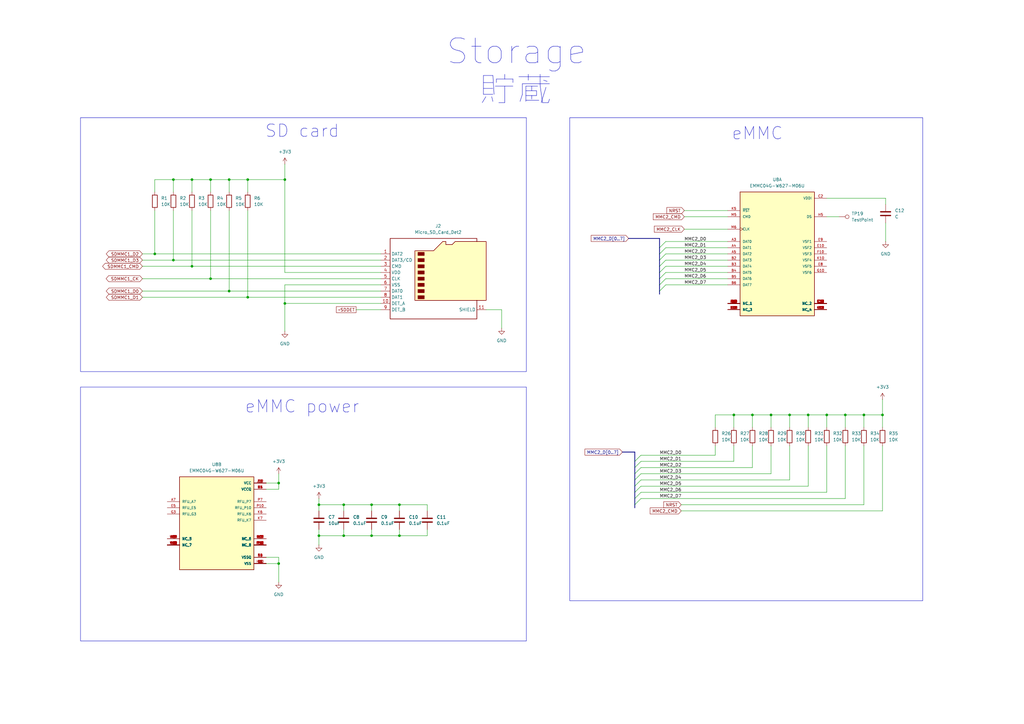
<source format=kicad_sch>
(kicad_sch (version 20231120) (generator "eeschema") (generator_version "8.0")
  (paper "A3")
  (lib_symbols
    (symbol "Connector:Micro_SD_Card_Det2"
      (property "Reference" "J" (at -16.51 17.78 0))
      (property "Value" "Micro_SD_Card_Det2" (at 16.51 17.78 0))
      (symbol "Micro_SD_Card_Det2_0_1"
        (rectangle (start -7.62 -6.985) (end -5.08 -8.255) (stroke (width 0.254)) (fill (type outline)))
        (rectangle (start -7.62 -4.445) (end -5.08 -5.715) (stroke (width 0.254)) (fill (type outline)))
        (rectangle (start -7.62 -1.905) (end -5.08 -3.175) (stroke (width 0.254)) (fill (type outline)))
        (rectangle (start -7.62 0.635) (end -5.08 -0.635) (stroke (width 0.254)) (fill (type outline)))
        (rectangle (start -7.62 3.175) (end -5.08 1.905) (stroke (width 0.254)) (fill (type outline)))
        (rectangle (start -7.62 5.715) (end -5.08 4.445) (stroke (width 0.254)) (fill (type outline)))
        (rectangle (start -7.62 8.255) (end -5.08 6.985) (stroke (width 0.254)) (fill (type outline)))
        (rectangle (start -7.62 10.795) (end -5.08 9.525) (stroke (width 0.254)) (fill (type outline)))
        (polyline (pts (xy 16.51 15.24) (xy 16.51 16.51) (xy -19.05 16.51) (xy -19.05 -16.51) (xy 16.51 -16.51) (xy 16.51 -8.89)) (stroke (width 0.254)))
        (polyline (pts (xy -8.89 -8.89) (xy -8.89 11.43) (xy -1.27 11.43) (xy 2.54 15.24) (xy 3.81 15.24) (xy 3.81 13.97) (xy 6.35 13.97) (xy 7.62 15.24) (xy 20.32 15.24) (xy 20.32 -8.89) (xy -8.89 -8.89)) (stroke (width 0.254)) (fill (type background)))
      )
      (symbol "Micro_SD_Card_Det2_1_1"
        (pin bidirectional line (at -22.86 10.16 0) (length 3.81) (name "DAT2") (number "1"))
        (pin passive line (at -22.86 -10.16 0) (length 3.81) (name "DET_A") (number "10"))
        (pin passive line (at 20.32 -12.7 180) (length 3.81) (name "SHIELD") (number "11"))
        (pin bidirectional line (at -22.86 7.62 0) (length 3.81) (name "DAT3/CD") (number "2"))
        (pin input line (at -22.86 5.08 0) (length 3.81) (name "CMD") (number "3"))
        (pin power_in line (at -22.86 2.54 0) (length 3.81) (name "VDD") (number "4"))
        (pin input line (at -22.86 0 0) (length 3.81) (name "CLK") (number "5"))
        (pin power_in line (at -22.86 -2.54 0) (length 3.81) (name "VSS") (number "6"))
        (pin bidirectional line (at -22.86 -5.08 0) (length 3.81) (name "DAT0") (number "7"))
        (pin bidirectional line (at -22.86 -7.62 0) (length 3.81) (name "DAT1") (number "8"))
        (pin passive line (at -22.86 -12.7 0) (length 3.81) (name "DET_B") (number "9"))
      )
    )
    (symbol "Connector:TestPoint" (pin_numbers hide) (pin_names (offset 0.762) hide)
      (property "Reference" "TP" (at 0 6.858 0))
      (property "Value" "TestPoint" (at 0 5.08 0))
      (symbol "TestPoint_0_1"
        (circle (center 0 3.302) (radius 0.762))
      )
      (symbol "TestPoint_1_1"
        (pin passive line (at 0 0 90) (length 2.54) (name "1") (number "1"))
      )
    )
    (symbol "Device:C" (pin_numbers hide) (pin_names (offset 0.254))
      (property "Reference" "C" (at 0.635 2.54 0))
      (property "Value" "C" (at 0.635 -2.54 0))
      (symbol "C_0_1"
        (polyline (pts (xy -2.032 -0.762) (xy 2.032 -0.762)) (stroke (width 0.508)))
        (polyline (pts (xy -2.032 0.762) (xy 2.032 0.762)) (stroke (width 0.508)))
      )
      (symbol "C_1_1"
        (pin passive line (at 0 3.81 270) (length 2.794) (name "~") (number "1"))
        (pin passive line (at 0 -3.81 90) (length 2.794) (name "~") (number "2"))
      )
    )
    (symbol "Device:R" (pin_numbers hide) (pin_names (offset 0))
      (property "Reference" "R" (at 2.032 0 90))
      (property "Value" "R" (at 0 0 90))
      (symbol "R_0_1"
        (rectangle (start -1.016 -2.54) (end 1.016 2.54) (stroke (width 0.254)))
      )
      (symbol "R_1_1"
        (pin passive line (at 0 3.81 270) (length 1.27) (name "~") (number "1"))
        (pin passive line (at 0 -3.81 90) (length 1.27) (name "~") (number "2"))
      )
    )
    (symbol "EMMC04G-W627-M06U:EMMC04G-W627-M06U" (pin_names (offset 1.016))
      (property "Reference" "U" (at -15.24 26.289 0))
      (property "Value" "EMMC04G-W627-M06U" (at -15.24 -27.94 0))
      (symbol "EMMC04G-W627-M06U_1_0"
        (rectangle (start -15.24 -25.4) (end 15.24 25.4) (stroke (width 0.254)) (fill (type background)))
        (pin passive line (at -20.32 -20.32 0) (length 5.08) (name "NC_1") (number "A1"))
        (pin passive line (at -20.32 -20.32 0) (length 5.08) (name "NC_1") (number "A10"))
        (pin passive line (at -20.32 -20.32 0) (length 5.08) (name "NC_1") (number "A11"))
        (pin passive line (at -20.32 -20.32 0) (length 5.08) (name "NC_1") (number "A12"))
        (pin passive line (at -20.32 -20.32 0) (length 5.08) (name "NC_1") (number "A13"))
        (pin passive line (at -20.32 -20.32 0) (length 5.08) (name "NC_1") (number "A14"))
        (pin passive line (at -20.32 -20.32 0) (length 5.08) (name "NC_1") (number "A2"))
        (pin bidirectional line (at -20.32 5.08 0) (length 5.08) (name "DAT0") (number "A3"))
        (pin bidirectional line (at -20.32 2.54 0) (length 5.08) (name "DAT1") (number "A4"))
        (pin bidirectional line (at -20.32 0 0) (length 5.08) (name "DAT2") (number "A5"))
        (pin passive line (at -20.32 -20.32 0) (length 5.08) (name "NC_1") (number "A8"))
        (pin passive line (at -20.32 -20.32 0) (length 5.08) (name "NC_1") (number "A9"))
        (pin passive line (at -20.32 -20.32 0) (length 5.08) (name "NC_1") (number "B1"))
        (pin passive line (at -20.32 -20.32 0) (length 5.08) (name "NC_1") (number "B10"))
        (pin passive line (at 20.32 -20.32 180) (length 5.08) (name "NC_2") (number "B11"))
        (pin passive line (at 20.32 -20.32 180) (length 5.08) (name "NC_2") (number "B12"))
        (pin passive line (at 20.32 -20.32 180) (length 5.08) (name "NC_2") (number "B13"))
        (pin passive line (at 20.32 -20.32 180) (length 5.08) (name "NC_2") (number "B14"))
        (pin bidirectional line (at -20.32 -2.54 0) (length 5.08) (name "DAT3") (number "B2"))
        (pin bidirectional line (at -20.32 -5.08 0) (length 5.08) (name "DAT4") (number "B3"))
        (pin bidirectional line (at -20.32 -7.62 0) (length 5.08) (name "DAT5") (number "B4"))
        (pin bidirectional line (at -20.32 -10.16 0) (length 5.08) (name "DAT6") (number "B5"))
        (pin bidirectional line (at -20.32 -12.7 0) (length 5.08) (name "DAT7") (number "B6"))
        (pin passive line (at -20.32 -20.32 0) (length 5.08) (name "NC_1") (number "B7"))
        (pin passive line (at -20.32 -20.32 0) (length 5.08) (name "NC_1") (number "B8"))
        (pin passive line (at -20.32 -20.32 0) (length 5.08) (name "NC_1") (number "B9"))
        (pin passive line (at 20.32 -20.32 180) (length 5.08) (name "NC_2") (number "C1"))
        (pin passive line (at 20.32 -20.32 180) (length 5.08) (name "NC_2") (number "C10"))
        (pin passive line (at 20.32 -20.32 180) (length 5.08) (name "NC_2") (number "C11"))
        (pin passive line (at 20.32 -20.32 180) (length 5.08) (name "NC_2") (number "C12"))
        (pin passive line (at 20.32 -20.32 180) (length 5.08) (name "NC_2") (number "C13"))
        (pin passive line (at 20.32 -20.32 180) (length 5.08) (name "NC_2") (number "C14"))
        (pin passive line (at 20.32 22.86 180) (length 5.08) (name "VDDI") (number "C2"))
        (pin passive line (at 20.32 -20.32 180) (length 5.08) (name "NC_2") (number "C3"))
        (pin passive line (at 20.32 -20.32 180) (length 5.08) (name "NC_2") (number "C5"))
        (pin passive line (at 20.32 -20.32 180) (length 5.08) (name "NC_2") (number "C7"))
        (pin passive line (at 20.32 -20.32 180) (length 5.08) (name "NC_2") (number "C8"))
        (pin passive line (at 20.32 -20.32 180) (length 5.08) (name "NC_2") (number "C9"))
        (pin passive line (at -20.32 -22.86 0) (length 5.08) (name "NC_3") (number "D1"))
        (pin passive line (at -20.32 -22.86 0) (length 5.08) (name "NC_3") (number "D12"))
        (pin passive line (at -20.32 -22.86 0) (length 5.08) (name "NC_3") (number "D13"))
        (pin passive line (at -20.32 -22.86 0) (length 5.08) (name "NC_3") (number "D14"))
        (pin passive line (at -20.32 -22.86 0) (length 5.08) (name "NC_3") (number "D2"))
        (pin passive line (at -20.32 -22.86 0) (length 5.08) (name "NC_3") (number "D3"))
        (pin passive line (at -20.32 -22.86 0) (length 5.08) (name "NC_3") (number "D4"))
        (pin passive line (at -20.32 -22.86 0) (length 5.08) (name "NC_3") (number "E1"))
        (pin bidirectional line (at 20.32 2.54 180) (length 5.08) (name "VSF2") (number "E10"))
        (pin passive line (at -20.32 -22.86 0) (length 5.08) (name "NC_3") (number "E12"))
        (pin passive line (at -20.32 -22.86 0) (length 5.08) (name "NC_3") (number "E13"))
        (pin passive line (at 20.32 -22.86 180) (length 5.08) (name "NC_4") (number "E14"))
        (pin passive line (at -20.32 -22.86 0) (length 5.08) (name "NC_3") (number "E2"))
        (pin passive line (at -20.32 -22.86 0) (length 5.08) (name "NC_3") (number "E3"))
        (pin bidirectional line (at 20.32 -5.08 180) (length 5.08) (name "VSF5") (number "E8"))
        (pin bidirectional line (at 20.32 5.08 180) (length 5.08) (name "VSF1") (number "E9"))
        (pin passive line (at 20.32 -22.86 180) (length 5.08) (name "NC_4") (number "F1"))
        (pin bidirectional line (at 20.32 0 180) (length 5.08) (name "VSF3") (number "F10"))
        (pin passive line (at 20.32 -22.86 180) (length 5.08) (name "NC_4") (number "F12"))
        (pin passive line (at 20.32 -22.86 180) (length 5.08) (name "NC_4") (number "F13"))
        (pin passive line (at 20.32 -22.86 180) (length 5.08) (name "NC_4") (number "F14"))
        (pin passive line (at 20.32 -22.86 180) (length 5.08) (name "NC_4") (number "F2"))
        (pin passive line (at 20.32 -22.86 180) (length 5.08) (name "NC_4") (number "F3"))
        (pin passive line (at 20.32 -22.86 180) (length 5.08) (name "NC_4") (number "G1"))
        (pin bidirectional line (at 20.32 -7.62 180) (length 5.08) (name "VSF6") (number "G10"))
        (pin passive line (at 20.32 -22.86 180) (length 5.08) (name "NC_4") (number "G12"))
        (pin passive line (at 20.32 -22.86 180) (length 5.08) (name "NC_4") (number "G13"))
        (pin passive line (at 20.32 -22.86 180) (length 5.08) (name "NC_4") (number "G14"))
        (pin passive line (at 20.32 -22.86 180) (length 5.08) (name "NC_4") (number "G2"))
        (pin bidirectional line (at 20.32 15.24 180) (length 5.08) (name "DS") (number "H5"))
        (pin bidirectional line (at 20.32 -2.54 180) (length 5.08) (name "VSF4") (number "K10"))
        (pin input line (at -20.32 17.78 0) (length 5.08) (name "~{RST}") (number "K5"))
        (pin bidirectional line (at -20.32 15.24 0) (length 5.08) (name "CMD") (number "M5"))
        (pin input clock (at -20.32 10.16 0) (length 5.08) (name "CLK") (number "M6"))
      )
      (symbol "EMMC04G-W627-M06U_2_0"
        (rectangle (start -15.24 -20.32) (end 15.24 17.78) (stroke (width 0.254)) (fill (type background)))
        (pin power_in line (at 20.32 -17.78 180) (length 5.08) (name "VSS") (number "A6"))
        (pin passive line (at -20.32 7.62 0) (length 5.08) (name "RFU_A7") (number "A7"))
        (pin power_in line (at 20.32 -15.24 180) (length 5.08) (name "VSSQ") (number "C4"))
        (pin power_in line (at 20.32 12.7 180) (length 5.08) (name "VCCQ") (number "C6"))
        (pin passive line (at -20.32 5.08 0) (length 5.08) (name "RFU_E5") (number "E5"))
        (pin power_in line (at 20.32 15.24 180) (length 5.08) (name "VCC") (number "E6"))
        (pin power_in line (at 20.32 -17.78 180) (length 5.08) (name "VSS") (number "E7"))
        (pin power_in line (at 20.32 15.24 180) (length 5.08) (name "VCC") (number "F5"))
        (pin passive line (at -20.32 2.54 0) (length 5.08) (name "RFU_G3") (number "G3"))
        (pin power_in line (at 20.32 -17.78 180) (length 5.08) (name "VSS") (number "G5"))
        (pin passive line (at -20.32 -7.62 0) (length 5.08) (name "NC_5") (number "H1"))
        (pin power_in line (at 20.32 -17.78 180) (length 5.08) (name "VSS") (number "H10"))
        (pin passive line (at -20.32 -7.62 0) (length 5.08) (name "NC_5") (number "H12"))
        (pin passive line (at -20.32 -7.62 0) (length 5.08) (name "NC_5") (number "H13"))
        (pin passive line (at -20.32 -7.62 0) (length 5.08) (name "NC_5") (number "H14"))
        (pin passive line (at -20.32 -7.62 0) (length 5.08) (name "NC_5") (number "H2"))
        (pin passive line (at -20.32 -7.62 0) (length 5.08) (name "NC_5") (number "H3"))
        (pin passive line (at -20.32 -7.62 0) (length 5.08) (name "NC_5") (number "J1"))
        (pin power_in line (at 20.32 15.24 180) (length 5.08) (name "VCC") (number "J10"))
        (pin passive line (at -20.32 -7.62 0) (length 5.08) (name "NC_5") (number "J12"))
        (pin passive line (at -20.32 -7.62 0) (length 5.08) (name "NC_5") (number "J13"))
        (pin passive line (at -20.32 -7.62 0) (length 5.08) (name "NC_5") (number "J14"))
        (pin passive line (at -20.32 -7.62 0) (length 5.08) (name "NC_5") (number "J2"))
        (pin passive line (at -20.32 -7.62 0) (length 5.08) (name "NC_5") (number "J3"))
        (pin power_in line (at 20.32 -17.78 180) (length 5.08) (name "VSS") (number "J5"))
        (pin passive line (at -20.32 -7.62 0) (length 5.08) (name "NC_5") (number "K1"))
        (pin passive line (at 20.32 -7.62 180) (length 5.08) (name "NC_6") (number "K12"))
        (pin passive line (at 20.32 -7.62 180) (length 5.08) (name "NC_6") (number "K13"))
        (pin passive line (at 20.32 -7.62 180) (length 5.08) (name "NC_6") (number "K14"))
        (pin passive line (at -20.32 -7.62 0) (length 5.08) (name "NC_5") (number "K2"))
        (pin passive line (at -20.32 -7.62 0) (length 5.08) (name "NC_5") (number "K3"))
        (pin passive line (at 20.32 2.54 180) (length 5.08) (name "RFU_K6") (number "K6"))
        (pin passive line (at 20.32 0 180) (length 5.08) (name "RFU_K7") (number "K7"))
        (pin power_in line (at 20.32 -17.78 180) (length 5.08) (name "VSS") (number "K8"))
        (pin power_in line (at 20.32 15.24 180) (length 5.08) (name "VCC") (number "K9"))
        (pin passive line (at 20.32 -7.62 180) (length 5.08) (name "NC_6") (number "L1"))
        (pin passive line (at 20.32 -7.62 180) (length 5.08) (name "NC_6") (number "L12"))
        (pin passive line (at 20.32 -7.62 180) (length 5.08) (name "NC_6") (number "L13"))
        (pin passive line (at 20.32 -7.62 180) (length 5.08) (name "NC_6") (number "L14"))
        (pin passive line (at 20.32 -7.62 180) (length 5.08) (name "NC_6") (number "L2"))
        (pin passive line (at 20.32 -7.62 180) (length 5.08) (name "NC_6") (number "L3"))
        (pin passive line (at 20.32 -7.62 180) (length 5.08) (name "NC_6") (number "M1"))
        (pin passive line (at -20.32 -10.16 0) (length 5.08) (name "NC_7") (number "M10"))
        (pin passive line (at -20.32 -10.16 0) (length 5.08) (name "NC_7") (number "M11"))
        (pin passive line (at -20.32 -10.16 0) (length 5.08) (name "NC_7") (number "M12"))
        (pin passive line (at -20.32 -10.16 0) (length 5.08) (name "NC_7") (number "M13"))
        (pin passive line (at -20.32 -10.16 0) (length 5.08) (name "NC_7") (number "M14"))
        (pin passive line (at 20.32 -7.62 180) (length 5.08) (name "NC_6") (number "M2"))
        (pin passive line (at 20.32 -7.62 180) (length 5.08) (name "NC_6") (number "M3"))
        (pin power_in line (at 20.32 12.7 180) (length 5.08) (name "VCCQ") (number "M4"))
        (pin passive line (at 20.32 -7.62 180) (length 5.08) (name "NC_6") (number "M7"))
        (pin passive line (at -20.32 -10.16 0) (length 5.08) (name "NC_7") (number "M8"))
        (pin passive line (at -20.32 -10.16 0) (length 5.08) (name "NC_7") (number "M9"))
        (pin passive line (at -20.32 -10.16 0) (length 5.08) (name "NC_7") (number "N1"))
        (pin passive line (at -20.32 -10.16 0) (length 5.08) (name "NC_7") (number "N10"))
        (pin passive line (at 20.32 -10.16 180) (length 5.08) (name "NC_8") (number "N11"))
        (pin passive line (at 20.32 -10.16 180) (length 5.08) (name "NC_8") (number "N12"))
        (pin passive line (at 20.32 -10.16 180) (length 5.08) (name "NC_8") (number "N13"))
        (pin passive line (at 20.32 -10.16 180) (length 5.08) (name "NC_8") (number "N14"))
        (pin power_in line (at 20.32 -15.24 180) (length 5.08) (name "VSSQ") (number "N2"))
        (pin passive line (at -20.32 -10.16 0) (length 5.08) (name "NC_7") (number "N3"))
        (pin power_in line (at 20.32 12.7 180) (length 5.08) (name "VCCQ") (number "N4"))
        (pin power_in line (at 20.32 -15.24 180) (length 5.08) (name "VSSQ") (number "N5"))
        (pin passive line (at -20.32 -10.16 0) (length 5.08) (name "NC_7") (number "N6"))
        (pin passive line (at -20.32 -10.16 0) (length 5.08) (name "NC_7") (number "N7"))
        (pin passive line (at -20.32 -10.16 0) (length 5.08) (name "NC_7") (number "N8"))
        (pin passive line (at -20.32 -10.16 0) (length 5.08) (name "NC_7") (number "N9"))
        (pin passive line (at 20.32 -10.16 180) (length 5.08) (name "NC_8") (number "P1"))
        (pin passive line (at 20.32 5.08 180) (length 5.08) (name "RFU_P10") (number "P10"))
        (pin passive line (at 20.32 -10.16 180) (length 5.08) (name "NC_8") (number "P11"))
        (pin passive line (at 20.32 -10.16 180) (length 5.08) (name "NC_8") (number "P12"))
        (pin passive line (at 20.32 -10.16 180) (length 5.08) (name "NC_8") (number "P13"))
        (pin passive line (at 20.32 -10.16 180) (length 5.08) (name "NC_8") (number "P14"))
        (pin passive line (at 20.32 -10.16 180) (length 5.08) (name "NC_8") (number "P2"))
        (pin power_in line (at 20.32 12.7 180) (length 5.08) (name "VCCQ") (number "P3"))
        (pin power_in line (at 20.32 -15.24 180) (length 5.08) (name "VSSQ") (number "P4"))
        (pin power_in line (at 20.32 12.7 180) (length 5.08) (name "VCCQ") (number "P5"))
        (pin power_in line (at 20.32 -15.24 180) (length 5.08) (name "VSSQ") (number "P6"))
        (pin passive line (at 20.32 7.62 180) (length 5.08) (name "RFU_P7") (number "P7"))
        (pin passive line (at 20.32 -10.16 180) (length 5.08) (name "NC_8") (number "P8"))
        (pin passive line (at 20.32 -10.16 180) (length 5.08) (name "NC_8") (number "P9"))
      )
    )
    (symbol "power:+3V3" (power) (pin_numbers hide) (pin_names (offset 0) hide)
      (property "Value" "+3V3" (at 0 3.556 0))
      (symbol "+3V3_0_1"
        (polyline (pts (xy -0.762 1.27) (xy 0 2.54)))
        (polyline (pts (xy 0 0) (xy 0 2.54)))
        (polyline (pts (xy 0 2.54) (xy 0.762 1.27)))
      )
      (symbol "+3V3_1_1"
        (pin power_in line (at 0 0 90) (length 0) (name "~") (number "1"))
      )
    )
    (symbol "power:GND" (power) (pin_numbers hide) (pin_names (offset 0) hide)
      (property "Value" "GND" (at 0 -3.81 0))
      (symbol "GND_0_1"
        (polyline (pts (xy 0 0) (xy 0 -1.27) (xy 1.27 -1.27) (xy 0 -2.54) (xy -1.27 -1.27) (xy 0 -1.27)))
      )
      (symbol "GND_1_1"
        (pin power_in line (at 0 0 270) (length 0) (name "~") (number "1"))
      )
    )
  )
  (junction (at 354.33 170.18))
  (junction (at 339.09 170.18))
  (junction (at 78.74 109.22))
  (junction (at 300.99 170.18))
  (junction (at 331.47 170.18))
  (junction (at 163.83 207.01))
  (junction (at 361.95 170.18))
  (junction (at 140.97 207.01))
  (junction (at 93.98 119.38))
  (junction (at 114.3 231.14))
  (junction (at 116.84 124.46))
  (junction (at 346.71 170.18))
  (junction (at 323.85 170.18))
  (junction (at 130.81 207.01))
  (junction (at 71.12 73.66))
  (junction (at 86.36 73.66))
  (junction (at 101.6 73.66))
  (junction (at 140.97 219.71))
  (junction (at 316.23 170.18))
  (junction (at 93.98 73.66))
  (junction (at 116.84 73.66))
  (junction (at 78.74 73.66))
  (junction (at 308.61 170.18))
  (junction (at 130.81 219.71))
  (junction (at 152.4 219.71))
  (junction (at 63.5 104.14))
  (junction (at 163.83 219.71))
  (junction (at 86.36 114.3))
  (junction (at 152.4 207.01))
  (junction (at 114.3 198.12))
  (junction (at 101.6 121.92))
  (junction (at 71.12 106.68))
  (bus_entry (at 262.89 199.39) (size -2.54 2.54))
  (bus_entry (at 273.05 104.14) (size -2.54 2.54))
  (bus_entry (at 273.05 114.3) (size -2.54 2.54))
  (bus_entry (at 262.89 204.47) (size -2.54 2.54))
  (bus_entry (at 273.05 111.76) (size -2.54 2.54))
  (bus_entry (at 273.05 101.6) (size -2.54 2.54))
  (bus_entry (at 262.89 196.85) (size -2.54 2.54))
  (bus_entry (at 273.05 109.22) (size -2.54 2.54))
  (bus_entry (at 262.89 186.69) (size -2.54 2.54))
  (bus_entry (at 273.05 116.84) (size -2.54 2.54))
  (bus_entry (at 262.89 191.77) (size -2.54 2.54))
  (bus_entry (at 262.89 189.23) (size -2.54 2.54))
  (bus_entry (at 262.89 201.93) (size -2.54 2.54))
  (bus_entry (at 273.05 106.68) (size -2.54 2.54))
  (bus_entry (at 262.89 194.31) (size -2.54 2.54))
  (bus_entry (at 273.05 99.06) (size -2.54 2.54))
  (wire (pts (xy 86.36 86.36) (xy 86.36 114.3)))
  (wire (pts (xy 116.84 67.31) (xy 116.84 73.66)))
  (wire (pts (xy 363.22 91.44) (xy 363.22 99.06)))
  (wire (pts (xy 130.81 219.71) (xy 130.81 223.52)))
  (wire (pts (xy 71.12 106.68) (xy 156.21 106.68)))
  (wire (pts (xy 273.05 114.3) (xy 298.45 114.3)))
  (wire (pts (xy 323.85 175.26) (xy 323.85 170.18)))
  (wire (pts (xy 152.4 209.55) (xy 152.4 207.01)))
  (wire (pts (xy 262.89 191.77) (xy 308.61 191.77)))
  (wire (pts (xy 63.5 104.14) (xy 156.21 104.14)))
  (wire (pts (xy 346.71 170.18) (xy 346.71 175.26)))
  (wire (pts (xy 86.36 78.74) (xy 86.36 73.66)))
  (wire (pts (xy 361.95 209.55) (xy 279.4 209.55)))
  (wire (pts (xy 71.12 78.74) (xy 71.12 73.66)))
  (wire (pts (xy 114.3 198.12) (xy 114.3 194.31)))
  (wire (pts (xy 262.89 186.69) (xy 293.37 186.69)))
  (bus (pts (xy 270.51 109.22) (xy 270.51 111.76)))
  (wire (pts (xy 116.84 116.84) (xy 156.21 116.84)))
  (wire (pts (xy 363.22 81.28) (xy 363.22 83.82)))
  (wire (pts (xy 273.05 109.22) (xy 298.45 109.22)))
  (wire (pts (xy 78.74 73.66) (xy 86.36 73.66)))
  (wire (pts (xy 152.4 217.17) (xy 152.4 219.71)))
  (wire (pts (xy 93.98 78.74) (xy 93.98 73.66)))
  (bus (pts (xy 260.35 185.42) (xy 260.35 189.23)))
  (wire (pts (xy 331.47 182.88) (xy 331.47 199.39)))
  (wire (pts (xy 175.26 209.55) (xy 175.26 207.01)))
  (wire (pts (xy 339.09 175.26) (xy 339.09 170.18)))
  (wire (pts (xy 293.37 170.18) (xy 300.99 170.18)))
  (wire (pts (xy 140.97 207.01) (xy 152.4 207.01)))
  (wire (pts (xy 116.84 124.46) (xy 116.84 116.84)))
  (wire (pts (xy 163.83 217.17) (xy 163.83 219.71)))
  (wire (pts (xy 163.83 209.55) (xy 163.83 207.01)))
  (wire (pts (xy 130.81 207.01) (xy 130.81 209.55)))
  (wire (pts (xy 293.37 175.26) (xy 293.37 170.18)))
  (wire (pts (xy 156.21 111.76) (xy 116.84 111.76)))
  (bus (pts (xy 260.35 204.47) (xy 260.35 207.01)))
  (wire (pts (xy 109.22 228.6) (xy 114.3 228.6)))
  (wire (pts (xy 71.12 86.36) (xy 71.12 106.68)))
  (wire (pts (xy 116.84 124.46) (xy 156.21 124.46)))
  (bus (pts (xy 257.81 97.79) (xy 270.51 97.79)))
  (wire (pts (xy 316.23 175.26) (xy 316.23 170.18)))
  (wire (pts (xy 114.3 200.66) (xy 114.3 198.12)))
  (wire (pts (xy 361.95 175.26) (xy 361.95 170.18)))
  (wire (pts (xy 58.42 104.14) (xy 63.5 104.14)))
  (wire (pts (xy 205.74 127) (xy 205.74 134.62)))
  (bus (pts (xy 270.51 116.84) (xy 270.51 119.38)))
  (wire (pts (xy 58.42 106.68) (xy 71.12 106.68)))
  (wire (pts (xy 175.26 207.01) (xy 163.83 207.01)))
  (wire (pts (xy 273.05 101.6) (xy 298.45 101.6)))
  (wire (pts (xy 175.26 217.17) (xy 175.26 219.71)))
  (wire (pts (xy 140.97 209.55) (xy 140.97 207.01)))
  (wire (pts (xy 140.97 217.17) (xy 140.97 219.71)))
  (bus (pts (xy 270.51 104.14) (xy 270.51 106.68)))
  (wire (pts (xy 262.89 194.31) (xy 316.23 194.31)))
  (wire (pts (xy 308.61 182.88) (xy 308.61 191.77)))
  (wire (pts (xy 130.81 204.47) (xy 130.81 207.01)))
  (wire (pts (xy 93.98 73.66) (xy 101.6 73.66)))
  (wire (pts (xy 262.89 204.47) (xy 346.71 204.47)))
  (wire (pts (xy 354.33 175.26) (xy 354.33 170.18)))
  (wire (pts (xy 101.6 78.74) (xy 101.6 73.66)))
  (wire (pts (xy 361.95 182.88) (xy 361.95 209.55)))
  (wire (pts (xy 63.5 86.36) (xy 63.5 104.14)))
  (wire (pts (xy 339.09 170.18) (xy 346.71 170.18)))
  (wire (pts (xy 323.85 170.18) (xy 331.47 170.18)))
  (wire (pts (xy 101.6 86.36) (xy 101.6 121.92)))
  (wire (pts (xy 101.6 73.66) (xy 116.84 73.66)))
  (bus (pts (xy 260.35 199.39) (xy 260.35 201.93)))
  (bus (pts (xy 270.51 111.76) (xy 270.51 114.3)))
  (wire (pts (xy 331.47 175.26) (xy 331.47 170.18)))
  (wire (pts (xy 109.22 198.12) (xy 114.3 198.12)))
  (wire (pts (xy 71.12 73.66) (xy 78.74 73.66)))
  (wire (pts (xy 58.42 119.38) (xy 93.98 119.38)))
  (wire (pts (xy 78.74 78.74) (xy 78.74 73.66)))
  (wire (pts (xy 101.6 121.92) (xy 156.21 121.92)))
  (wire (pts (xy 300.99 182.88) (xy 300.99 189.23)))
  (wire (pts (xy 308.61 170.18) (xy 316.23 170.18)))
  (wire (pts (xy 273.05 99.06) (xy 298.45 99.06)))
  (wire (pts (xy 58.42 109.22) (xy 78.74 109.22)))
  (wire (pts (xy 262.89 189.23) (xy 300.99 189.23)))
  (bus (pts (xy 260.35 189.23) (xy 260.35 191.77)))
  (wire (pts (xy 130.81 207.01) (xy 140.97 207.01)))
  (wire (pts (xy 273.05 106.68) (xy 298.45 106.68)))
  (wire (pts (xy 130.81 219.71) (xy 140.97 219.71)))
  (wire (pts (xy 273.05 111.76) (xy 298.45 111.76)))
  (wire (pts (xy 262.89 196.85) (xy 323.85 196.85)))
  (wire (pts (xy 58.42 114.3) (xy 86.36 114.3)))
  (wire (pts (xy 163.83 219.71) (xy 152.4 219.71)))
  (wire (pts (xy 273.05 104.14) (xy 298.45 104.14)))
  (wire (pts (xy 78.74 109.22) (xy 156.21 109.22)))
  (bus (pts (xy 270.51 97.79) (xy 270.51 101.6)))
  (wire (pts (xy 273.05 116.84) (xy 298.45 116.84)))
  (bus (pts (xy 260.35 194.31) (xy 260.35 196.85)))
  (bus (pts (xy 270.51 119.38) (xy 270.51 120.65)))
  (wire (pts (xy 361.95 163.83) (xy 361.95 170.18)))
  (wire (pts (xy 323.85 182.88) (xy 323.85 196.85)))
  (wire (pts (xy 280.67 93.98) (xy 298.45 93.98)))
  (wire (pts (xy 146.05 127) (xy 156.21 127)))
  (wire (pts (xy 354.33 170.18) (xy 346.71 170.18)))
  (wire (pts (xy 63.5 78.74) (xy 63.5 73.66)))
  (wire (pts (xy 361.95 170.18) (xy 354.33 170.18)))
  (wire (pts (xy 93.98 119.38) (xy 156.21 119.38)))
  (wire (pts (xy 93.98 86.36) (xy 93.98 119.38)))
  (wire (pts (xy 109.22 231.14) (xy 114.3 231.14)))
  (wire (pts (xy 339.09 88.9) (xy 344.17 88.9)))
  (wire (pts (xy 140.97 219.71) (xy 152.4 219.71)))
  (wire (pts (xy 339.09 182.88) (xy 339.09 201.93)))
  (wire (pts (xy 116.84 73.66) (xy 116.84 111.76)))
  (wire (pts (xy 163.83 207.01) (xy 152.4 207.01)))
  (bus (pts (xy 260.35 196.85) (xy 260.35 199.39)))
  (wire (pts (xy 130.81 217.17) (xy 130.81 219.71)))
  (wire (pts (xy 316.23 182.88) (xy 316.23 194.31)))
  (bus (pts (xy 270.51 106.68) (xy 270.51 109.22)))
  (wire (pts (xy 280.67 88.9) (xy 298.45 88.9)))
  (bus (pts (xy 260.35 201.93) (xy 260.35 204.47)))
  (wire (pts (xy 293.37 182.88) (xy 293.37 186.69)))
  (wire (pts (xy 331.47 170.18) (xy 339.09 170.18)))
  (wire (pts (xy 316.23 170.18) (xy 323.85 170.18)))
  (wire (pts (xy 86.36 114.3) (xy 156.21 114.3)))
  (wire (pts (xy 109.22 200.66) (xy 114.3 200.66)))
  (bus (pts (xy 255.27 185.42) (xy 260.35 185.42)))
  (wire (pts (xy 300.99 170.18) (xy 308.61 170.18)))
  (wire (pts (xy 116.84 135.89) (xy 116.84 124.46)))
  (wire (pts (xy 114.3 231.14) (xy 114.3 238.76)))
  (bus (pts (xy 260.35 191.77) (xy 260.35 194.31)))
  (wire (pts (xy 354.33 182.88) (xy 354.33 207.01)))
  (wire (pts (xy 114.3 228.6) (xy 114.3 231.14)))
  (bus (pts (xy 270.51 114.3) (xy 270.51 116.84)))
  (wire (pts (xy 280.67 86.36) (xy 298.45 86.36)))
  (bus (pts (xy 260.35 207.01) (xy 260.35 208.28)))
  (wire (pts (xy 279.4 207.01) (xy 354.33 207.01)))
  (bus (pts (xy 270.51 101.6) (xy 270.51 104.14)))
  (wire (pts (xy 308.61 175.26) (xy 308.61 170.18)))
  (wire (pts (xy 163.83 219.71) (xy 175.26 219.71)))
  (wire (pts (xy 262.89 201.93) (xy 339.09 201.93)))
  (wire (pts (xy 300.99 175.26) (xy 300.99 170.18)))
  (wire (pts (xy 78.74 86.36) (xy 78.74 109.22)))
  (wire (pts (xy 58.42 121.92) (xy 101.6 121.92)))
  (wire (pts (xy 262.89 199.39) (xy 331.47 199.39)))
  (wire (pts (xy 199.39 127) (xy 205.74 127)))
  (wire (pts (xy 339.09 81.28) (xy 363.22 81.28)))
  (wire (pts (xy 63.5 73.66) (xy 71.12 73.66)))
  (wire (pts (xy 86.36 73.66) (xy 93.98 73.66)))
  (wire (pts (xy 346.71 182.88) (xy 346.71 204.47)))
  (rectangle (start 33.02 158.75) (end 215.9 262.89))
  (rectangle (start 33.02 48.26) (end 215.9 152.4))
  (rectangle (start 233.68 48.26) (end 378.46 246.38))
  (text "Storage\n貯蔵" (at 211.836 29.464 0) (effects (font (size 10.16 10.16))))
  (text "eMMC power" (at 123.952 166.878 0) (effects (font (size 5.08 5.08))))
  (text "SD card" (at 123.952 53.848 0) (effects (font (size 5.08 5.08))))
  (text "eMMC" (at 310.642 54.864 0) (effects (font (size 5.08 5.08))))
  (label "MMC2_D3" (at 270.51 194.31 0))
  (label "MMC2_D3" (at 280.67 106.68 0))
  (label "MMC2_D4" (at 280.67 109.22 0))
  (label "MMC2_D2" (at 280.67 104.14 0))
  (label "MMC2_D2" (at 270.51 191.77 0))
  (label "MMC2_D4" (at 270.51 196.85 0))
  (label "MMC2_D1" (at 280.67 101.6 0))
  (label "MMC2_D7" (at 270.51 204.47 0))
  (label "MMC2_D6" (at 270.51 201.93 0))
  (label "MMC2_D5" (at 270.51 199.39 0))
  (label "MMC2_D7" (at 280.67 116.84 0))
  (label "MMC2_D0" (at 280.67 99.06 0))
  (label "MMC2_D1" (at 270.51 189.23 0))
  (label "MMC2_D5" (at 280.67 111.76 0))
  (label "MMC2_D6" (at 280.67 114.3 0))
  (label "MMC2_D0" (at 270.51 186.69 0))
  (global_label "SDMMC1_CK" (shape bidirectional) (at 58.42 114.3 180) (property "Intersheetrefs" "${INTERSHEET_REFS}" (effects (hide yes))))
  (global_label "SDMMC1_CMD" (shape bidirectional) (at 58.42 109.22 180) (property "Intersheetrefs" "${INTERSHEET_REFS}" (effects (hide yes))))
  (global_label "MMC2_CLK" (shape input) (at 280.67 93.98 180) (property "Intersheetrefs" "${INTERSHEET_REFS}" (effects (hide yes))))
  (global_label "~SDDET" (shape passive) (at 146.05 127 180) (property "Intersheetrefs" "${INTERSHEET_REFS}" (effects (hide yes))))
  (global_label "MMC2_CMD" (shape input) (at 280.67 88.9 180) (property "Intersheetrefs" "${INTERSHEET_REFS}" (effects (hide yes))))
  (global_label "MMC2_D[0..7]" (shape input) (at 257.81 97.79 180) (property "Intersheetrefs" "${INTERSHEET_REFS}" (effects (hide yes))))
  (global_label "SDMMC1_D3" (shape bidirectional) (at 58.42 106.68 180) (property "Intersheetrefs" "${INTERSHEET_REFS}" (effects (hide yes))))
  (global_label "SDMMC1_D2" (shape bidirectional) (at 58.42 104.14 180) (property "Intersheetrefs" "${INTERSHEET_REFS}" (effects (hide yes))))
  (global_label "NRST" (shape input) (at 280.67 86.36 180) (property "Intersheetrefs" "${INTERSHEET_REFS}" (effects (hide yes))))
  (global_label "SDMMC1_D1" (shape bidirectional) (at 58.42 121.92 180) (property "Intersheetrefs" "${INTERSHEET_REFS}" (effects (hide yes))))
  (global_label "NRST" (shape input) (at 279.4 207.01 180) (property "Intersheetrefs" "${INTERSHEET_REFS}" (effects (hide yes))))
  (global_label "MMC2_CMD" (shape input) (at 279.4 209.55 180) (property "Intersheetrefs" "${INTERSHEET_REFS}" (effects (hide yes))))
  (global_label "MMC2_D[0..7]" (shape input) (at 255.27 185.42 180) (property "Intersheetrefs" "${INTERSHEET_REFS}" (effects (hide yes))))
  (global_label "SDMMC1_D0" (shape bidirectional) (at 58.42 119.38 180) (property "Intersheetrefs" "${INTERSHEET_REFS}" (effects (hide yes))))
  (symbol (lib_id "power:+3V3") (at 116.84 67.31 0) (unit 1)
    (property "Reference" "#PWR08" (effects (hide yes)))
    (property "Value" "+3V3" (at 116.84 62.23 0))
    (property "Description" "Power symbol creates a global label with name \"+3V3\"" (effects (hide yes)))
  )
  (symbol (lib_id "Device:R") (at 331.47 179.07 0) (unit 1)
    (property "Reference" "R31" (at 334.01 177.7999 0) (effects (justify left)))
    (property "Value" "10K" (at 334.01 180.3399 0) (effects (justify left)))
    (property "Description" "Resistor" (effects (hide yes)))
  )
  (symbol (lib_id "Device:C") (at 363.22 87.63 0) (unit 1)
    (property "Reference" "C12" (at 367.03 86.3599 0) (effects (justify left)))
    (property "Value" "C" (at 367.03 88.8999 0) (effects (justify left)))
    (property "Description" "Unpolarized capacitor" (effects (hide yes)))
  )
  (symbol (lib_id "Device:R") (at 63.5 82.55 0) (unit 1)
    (property "Reference" "R1" (at 66.04 81.28 0) (effects (justify left)))
    (property "Value" "10K" (at 66.04 83.82 0) (effects (justify left)))
    (property "Footprint" "Resistor_SMD:R_0201_0603Metric" (effects (hide yes)))
    (property "Description" "Resistor" (effects (hide yes)))
  )
  (symbol (lib_id "Device:C") (at 130.81 213.36 0) (unit 1)
    (property "Reference" "C7" (at 134.62 212.0899 0) (effects (justify left)))
    (property "Value" "10uF" (at 134.62 214.6299 0) (effects (justify left)))
    (property "Description" "Unpolarized capacitor" (effects (hide yes)))
  )
  (symbol (lib_id "power:GND") (at 205.74 134.62 0) (unit 1)
    (property "Reference" "#PWR09" (effects (hide yes)))
    (property "Value" "GND" (at 205.74 139.7 0))
    (property "Description" "Power symbol creates a global label with name \"GND\" , ground" (effects (hide yes)))
  )
  (symbol (lib_id "Device:R") (at 300.99 179.07 0) (unit 1)
    (property "Reference" "R27" (at 303.53 177.7999 0) (effects (justify left)))
    (property "Value" "10K" (at 303.53 180.3399 0) (effects (justify left)))
    (property "Description" "Resistor" (effects (hide yes)))
  )
  (symbol (lib_id "Device:R") (at 86.36 82.55 0) (unit 1)
    (property "Reference" "R4" (at 88.9 81.28 0) (effects (justify left)))
    (property "Value" "10K" (at 88.9 83.82 0) (effects (justify left)))
    (property "Footprint" "Resistor_SMD:R_0201_0603Metric" (effects (hide yes)))
    (property "Description" "Resistor" (effects (hide yes)))
  )
  (symbol (lib_id "Device:R") (at 323.85 179.07 0) (unit 1)
    (property "Reference" "R30" (at 326.39 177.7999 0) (effects (justify left)))
    (property "Value" "10K" (at 326.39 180.3399 0) (effects (justify left)))
    (property "Description" "Resistor" (effects (hide yes)))
  )
  (symbol (lib_id "Device:R") (at 316.23 179.07 0) (unit 1)
    (property "Reference" "R29" (at 318.77 177.7999 0) (effects (justify left)))
    (property "Value" "10K" (at 318.77 180.3399 0) (effects (justify left)))
    (property "Description" "Resistor" (effects (hide yes)))
  )
  (symbol (lib_id "Device:R") (at 339.09 179.07 0) (unit 1)
    (property "Reference" "R32" (at 341.63 177.7999 0) (effects (justify left)))
    (property "Value" "10K" (at 341.63 180.3399 0) (effects (justify left)))
    (property "Description" "Resistor" (effects (hide yes)))
  )
  (symbol (lib_id "Device:C") (at 152.4 213.36 0) (unit 1)
    (property "Reference" "C9" (at 156.21 212.0899 0) (effects (justify left)))
    (property "Value" "0.1uF" (at 156.21 214.6299 0) (effects (justify left)))
    (property "Description" "Unpolarized capacitor" (effects (hide yes)))
  )
  (symbol (lib_id "Device:C") (at 140.97 213.36 0) (unit 1)
    (property "Reference" "C8" (at 144.78 212.0899 0) (effects (justify left)))
    (property "Value" "0.1uF" (at 144.78 214.6299 0) (effects (justify left)))
    (property "Description" "Unpolarized capacitor" (effects (hide yes)))
  )
  (symbol (lib_id "power:GND") (at 114.3 238.76 0) (unit 1)
    (property "Reference" "#PWR042" (effects (hide yes)))
    (property "Value" "GND" (at 114.3 243.84 0))
    (property "Description" "Power symbol creates a global label with name \"GND\" , ground" (effects (hide yes)))
  )
  (symbol (lib_id "Connector:TestPoint") (at 344.17 88.9 270) (unit 1)
    (property "Reference" "TP19" (at 349.25 87.6299 90) (effects (justify left)))
    (property "Value" "TestPoint" (at 349.25 90.1699 90) (effects (justify left)))
    (property "Description" "test point" (effects (hide yes)))
  )
  (symbol (lib_id "Device:R") (at 293.37 179.07 0) (unit 1)
    (property "Reference" "R26" (at 295.91 177.7999 0) (effects (justify left)))
    (property "Value" "10K" (at 295.91 180.3399 0) (effects (justify left)))
    (property "Description" "Resistor" (effects (hide yes)))
  )
  (symbol (lib_id "Device:R") (at 308.61 179.07 0) (unit 1)
    (property "Reference" "R28" (at 311.15 177.7999 0) (effects (justify left)))
    (property "Value" "10K" (at 311.15 180.3399 0) (effects (justify left)))
    (property "Description" "Resistor" (effects (hide yes)))
  )
  (symbol (lib_id "Device:C") (at 163.83 213.36 0) (unit 1)
    (property "Reference" "C10" (at 167.64 212.0899 0) (effects (justify left)))
    (property "Value" "0.1uF" (at 167.64 214.6299 0) (effects (justify left)))
    (property "Description" "Unpolarized capacitor" (effects (hide yes)))
  )
  (symbol (lib_id "power:+3V3") (at 130.81 204.47 0) (unit 1)
    (property "Reference" "#PWR+3V06" (effects (hide yes)))
    (property "Value" "+3V3" (at 130.81 199.39 0))
    (property "Description" "Power symbol creates a global label with name \"+3V3\"" (effects (hide yes)))
  )
  (symbol (lib_id "EMMC04G-W627-M06U:EMMC04G-W627-M06U") (at 318.77 104.14 0) (unit 1)
    (property "Reference" "U8" (at 318.77 73.66 0))
    (property "Value" "EMMC04G-W627-M06U" (at 318.77 76.2 0))
    (property "Footprint" "EMMC04G-W627-M06U:BGA153N50P14X14_1300X1150X100N" (effects (hide yes)))
    (property "MF" "Kingston" (effects (hide yes)))
    (property "Purchase-URL" "https://pricing.snapeda.com/search/part/EMMC04G-W627-M06U/?ref=eda" (effects (hide yes)))
    (property "Package" "None" (effects (hide yes)))
    (property "Price" "None" (effects (hide yes)))
    (property "Check_prices" "https://www.snapeda.com/parts/EMMC04G-W627-M06U/Kingston/view-part/?ref=eda" (effects (hide yes)))
    (property "SnapEDA_Link" "https://www.snapeda.com/parts/EMMC04G-W627-M06U/Kingston/view-part/?ref=snap" (effects (hide yes)))
    (property "MP" "EMMC04G-W627-M06U" (effects (hide yes)))
    (property "Availability" "In Stock" (effects (hide yes)))
    (property "Description_1" "\neMMC 5.0 (HS400) 153B 4GB\n" (effects (hide yes)))
  )
  (symbol (lib_id "Device:R") (at 346.71 179.07 0) (unit 1)
    (property "Reference" "R33" (at 349.25 177.7999 0) (effects (justify left)))
    (property "Value" "10K" (at 349.25 180.3399 0) (effects (justify left)))
    (property "Description" "Resistor" (effects (hide yes)))
  )
  (symbol (lib_id "power:+3V3") (at 361.95 163.83 0) (unit 1)
    (property "Reference" "#PWR+3V05" (effects (hide yes)))
    (property "Value" "+3V3" (at 361.95 158.75 0))
    (property "Description" "Power symbol creates a global label with name \"+3V3\"" (effects (hide yes)))
  )
  (symbol (lib_id "Device:R") (at 93.98 82.55 0) (unit 1)
    (property "Reference" "R5" (at 96.52 81.28 0) (effects (justify left)))
    (property "Value" "10K" (at 96.52 83.82 0) (effects (justify left)))
    (property "Footprint" "Resistor_SMD:R_0201_0603Metric" (effects (hide yes)))
    (property "Description" "Resistor" (effects (hide yes)))
  )
  (symbol (lib_id "Device:R") (at 71.12 82.55 0) (unit 1)
    (property "Reference" "R2" (at 73.66 81.28 0) (effects (justify left)))
    (property "Value" "10K" (at 73.66 83.82 0) (effects (justify left)))
    (property "Footprint" "Resistor_SMD:R_0201_0603Metric" (effects (hide yes)))
    (property "Description" "Resistor" (effects (hide yes)))
  )
  (symbol (lib_id "Device:R") (at 101.6 82.55 0) (unit 1)
    (property "Reference" "R6" (at 104.14 81.2799 0) (effects (justify left)))
    (property "Value" "10K" (at 104.14 83.8199 0) (effects (justify left)))
    (property "Footprint" "Resistor_SMD:R_0201_0603Metric" (effects (hide yes)))
    (property "Description" "Resistor" (effects (hide yes)))
  )
  (symbol (lib_id "power:GND") (at 130.81 223.52 0) (unit 1)
    (property "Reference" "#PWR041" (effects (hide yes)))
    (property "Value" "GND" (at 130.81 228.6 0))
    (property "Description" "Power symbol creates a global label with name \"GND\" , ground" (effects (hide yes)))
  )
  (symbol (lib_id "Connector:Micro_SD_Card_Det2") (at 179.07 114.3 0) (unit 1)
    (property "Reference" "J2" (at 179.705 92.71 0))
    (property "Value" "Micro_SD_Card_Det2" (at 179.705 95.25 0))
    (property "Footprint" "Connector_Card:microSD_HC_Molex_104031-0811" (effects (hide yes)))
    (property "Datasheet" "https://www.hirose.com/en/product/document?clcode=&productname=&series=DM3&documenttype=Catalog&lang=en&documentid=D49662_en" (effects (hide yes)))
    (property "Description" "Micro SD Card Socket with two card detection pins" (effects (hide yes)))
  )
  (symbol (lib_id "EMMC04G-W627-M06U:EMMC04G-W627-M06U") (at 88.9 213.36 0) (unit 2)
    (property "Reference" "U8" (at 88.9 190.5 0))
    (property "Value" "EMMC04G-W627-M06U" (at 88.9 193.04 0))
    (property "Footprint" "EMMC04G-W627-M06U:BGA153N50P14X14_1300X1150X100N" (effects (hide yes)))
    (property "MF" "Kingston" (effects (hide yes)))
    (property "Purchase-URL" "https://pricing.snapeda.com/search/part/EMMC04G-W627-M06U/?ref=eda" (effects (hide yes)))
    (property "Package" "None" (effects (hide yes)))
    (property "Price" "None" (effects (hide yes)))
    (property "Check_prices" "https://www.snapeda.com/parts/EMMC04G-W627-M06U/Kingston/view-part/?ref=eda" (effects (hide yes)))
    (property "SnapEDA_Link" "https://www.snapeda.com/parts/EMMC04G-W627-M06U/Kingston/view-part/?ref=snap" (effects (hide yes)))
    (property "MP" "EMMC04G-W627-M06U" (effects (hide yes)))
    (property "Availability" "In Stock" (effects (hide yes)))
    (property "Description_1" "\neMMC 5.0 (HS400) 153B 4GB\n" (effects (hide yes)))
  )
  (symbol (lib_id "power:GND") (at 363.22 99.06 0) (unit 1)
    (property "Reference" "#PWR026" (effects (hide yes)))
    (property "Value" "GND" (at 363.22 104.14 0))
    (property "Description" "Power symbol creates a global label with name \"GND\" , ground" (effects (hide yes)))
  )
  (symbol (lib_id "Device:R") (at 78.74 82.55 0) (unit 1)
    (property "Reference" "R3" (at 81.28 81.28 0) (effects (justify left)))
    (property "Value" "10K" (at 81.28 83.82 0) (effects (justify left)))
    (property "Footprint" "Resistor_SMD:R_0201_0603Metric" (effects (hide yes)))
    (property "Description" "Resistor" (effects (hide yes)))
  )
  (symbol (lib_id "power:+3V3") (at 114.3 194.31 0) (unit 1)
    (property "Reference" "#PWR+3V07" (effects (hide yes)))
    (property "Value" "+3V3" (at 114.3 189.23 0))
    (property "Description" "Power symbol creates a global label with name \"+3V3\"" (effects (hide yes)))
  )
  (symbol (lib_id "Device:R") (at 361.95 179.07 0) (unit 1)
    (property "Reference" "R35" (at 364.49 177.7999 0) (effects (justify left)))
    (property "Value" "10K" (at 364.49 180.3399 0) (effects (justify left)))
    (property "Description" "Resistor" (effects (hide yes)))
  )
  (symbol (lib_id "power:GND") (at 116.84 135.89 0) (unit 1)
    (property "Reference" "#PWR07" (effects (hide yes)))
    (property "Value" "GND" (at 116.84 140.97 0))
    (property "Description" "Power symbol creates a global label with name \"GND\" , ground" (effects (hide yes)))
  )
  (symbol (lib_id "Device:C") (at 175.26 213.36 0) (unit 1)
    (property "Reference" "C11" (at 179.07 212.0899 0) (effects (justify left)))
    (property "Value" "0.1uF" (at 179.07 214.6299 0) (effects (justify left)))
    (property "Description" "Unpolarized capacitor" (effects (hide yes)))
  )
  (symbol (lib_id "Device:R") (at 354.33 179.07 0) (unit 1)
    (property "Reference" "R34" (at 356.87 177.7999 0) (effects (justify left)))
    (property "Value" "10K" (at 356.87 180.3399 0) (effects (justify left)))
    (property "Description" "Resistor" (effects (hide yes)))
  )
)
</source>
